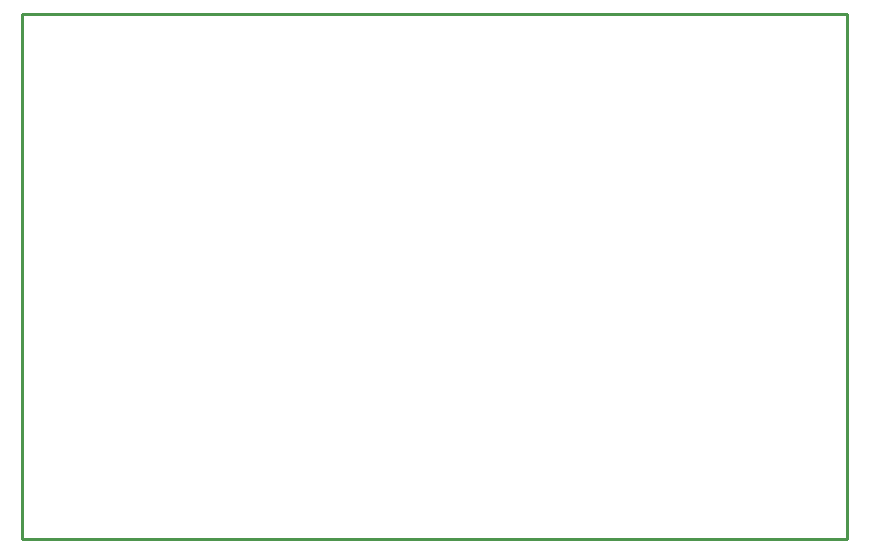
<source format=gbr>
G04 start of page 4 for group 2 idx 2 *
G04 Title: (unknown), outline *
G04 Creator: pcb 20140316 *
G04 CreationDate: Thu 02 Jul 2020 08:53:44 PM GMT UTC *
G04 For: railfan *
G04 Format: Gerber/RS-274X *
G04 PCB-Dimensions (mil): 2750.00 2500.00 *
G04 PCB-Coordinate-Origin: lower left *
%MOIN*%
%FSLAX25Y25*%
%LNOUTLINE*%
%ADD33C,0.0100*%
G54D33*X0Y0D02*X275000D01*
X0D02*Y175000D01*
X275000D01*
Y0D01*
M02*

</source>
